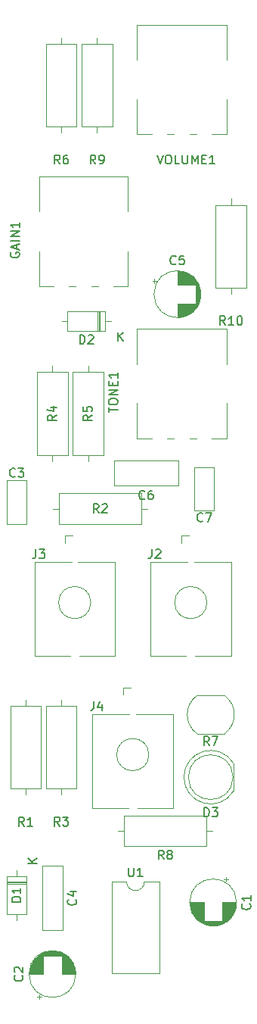
<source format=gto>
G04 #@! TF.GenerationSoftware,KiCad,Pcbnew,(5.1.9)-1*
G04 #@! TF.CreationDate,2021-10-01T15:05:00+02:00*
G04 #@! TF.ProjectId,StupidBox,53747570-6964-4426-9f78-2e6b69636164,rev?*
G04 #@! TF.SameCoordinates,Original*
G04 #@! TF.FileFunction,Legend,Top*
G04 #@! TF.FilePolarity,Positive*
%FSLAX46Y46*%
G04 Gerber Fmt 4.6, Leading zero omitted, Abs format (unit mm)*
G04 Created by KiCad (PCBNEW (5.1.9)-1) date 2021-10-01 15:05:00*
%MOMM*%
%LPD*%
G01*
G04 APERTURE LIST*
%ADD10C,0.120000*%
%ADD11C,0.150000*%
%ADD12C,4.000000*%
%ADD13C,1.800000*%
%ADD14O,1.600000X1.600000*%
%ADD15R,1.600000X1.600000*%
%ADD16C,1.600000*%
%ADD17C,1.500000*%
%ADD18C,2.130000*%
%ADD19R,1.930000X1.830000*%
%ADD20O,1.700000X1.700000*%
%ADD21R,1.700000X1.700000*%
%ADD22R,1.800000X1.800000*%
%ADD23C,1.400000*%
G04 APERTURE END LIST*
D10*
X45479000Y-32880000D02*
X55520000Y-32880000D01*
X53870000Y-45120000D02*
X55520000Y-45120000D01*
X51371000Y-45120000D02*
X52130000Y-45120000D01*
X48871000Y-45120000D02*
X49630000Y-45120000D01*
X45479000Y-45120000D02*
X47129000Y-45120000D01*
X55520000Y-36816000D02*
X55520000Y-32880000D01*
X55520000Y-45120000D02*
X55520000Y-41183000D01*
X45479000Y-36816000D02*
X45479000Y-32880000D01*
X45479000Y-45120000D02*
X45479000Y-41183000D01*
X47960000Y-128670000D02*
X46310000Y-128670000D01*
X47960000Y-138950000D02*
X47960000Y-128670000D01*
X42660000Y-138950000D02*
X47960000Y-138950000D01*
X42660000Y-128670000D02*
X42660000Y-138950000D01*
X44310000Y-128670000D02*
X42660000Y-128670000D01*
X46310000Y-128670000D02*
G75*
G02*
X44310000Y-128670000I-1000000J0D01*
G01*
X45479000Y-66880000D02*
X55520000Y-66880000D01*
X53870000Y-79120000D02*
X55520000Y-79120000D01*
X51371000Y-79120000D02*
X52130000Y-79120000D01*
X48871000Y-79120000D02*
X49630000Y-79120000D01*
X45479000Y-79120000D02*
X47129000Y-79120000D01*
X55520000Y-70816000D02*
X55520000Y-66880000D01*
X55520000Y-79120000D02*
X55520000Y-75183000D01*
X45479000Y-70816000D02*
X45479000Y-66880000D01*
X45479000Y-79120000D02*
X45479000Y-75183000D01*
X56000000Y-52340000D02*
X56000000Y-53030000D01*
X56000000Y-62960000D02*
X56000000Y-62270000D01*
X54280000Y-53030000D02*
X54280000Y-62270000D01*
X57720000Y-53030000D02*
X54280000Y-53030000D01*
X57720000Y-62270000D02*
X57720000Y-53030000D01*
X54280000Y-62270000D02*
X57720000Y-62270000D01*
X41000000Y-44960000D02*
X41000000Y-44270000D01*
X41000000Y-34340000D02*
X41000000Y-35030000D01*
X42720000Y-44270000D02*
X42720000Y-35030000D01*
X39280000Y-44270000D02*
X42720000Y-44270000D01*
X39280000Y-35030000D02*
X39280000Y-44270000D01*
X42720000Y-35030000D02*
X39280000Y-35030000D01*
X43340000Y-123000000D02*
X44030000Y-123000000D01*
X53960000Y-123000000D02*
X53270000Y-123000000D01*
X44030000Y-124720000D02*
X53270000Y-124720000D01*
X44030000Y-121280000D02*
X44030000Y-124720000D01*
X53270000Y-121280000D02*
X44030000Y-121280000D01*
X53270000Y-124720000D02*
X53270000Y-121280000D01*
X55275000Y-112150000D02*
X52225000Y-112150000D01*
X55275000Y-107850000D02*
X52225000Y-107850000D01*
X52180487Y-107881751D02*
G75*
G03*
X52225000Y-112150000I1544513J-2118249D01*
G01*
X55253234Y-112165526D02*
G75*
G03*
X55275000Y-107850000I-1528234J2165526D01*
G01*
X37000000Y-34340000D02*
X37000000Y-35030000D01*
X37000000Y-44960000D02*
X37000000Y-44270000D01*
X35280000Y-35030000D02*
X35280000Y-44270000D01*
X38720000Y-35030000D02*
X35280000Y-35030000D01*
X38720000Y-44270000D02*
X38720000Y-35030000D01*
X35280000Y-44270000D02*
X38720000Y-44270000D01*
X40000000Y-81660000D02*
X40000000Y-80970000D01*
X40000000Y-71040000D02*
X40000000Y-71730000D01*
X41720000Y-80970000D02*
X41720000Y-71730000D01*
X38280000Y-80970000D02*
X41720000Y-80970000D01*
X38280000Y-71730000D02*
X38280000Y-80970000D01*
X41720000Y-71730000D02*
X38280000Y-71730000D01*
X36000000Y-71040000D02*
X36000000Y-71730000D01*
X36000000Y-81660000D02*
X36000000Y-80970000D01*
X34280000Y-71730000D02*
X34280000Y-80970000D01*
X37720000Y-71730000D02*
X34280000Y-71730000D01*
X37720000Y-80970000D02*
X37720000Y-71730000D01*
X34280000Y-80970000D02*
X37720000Y-80970000D01*
X37000000Y-108340000D02*
X37000000Y-109030000D01*
X37000000Y-118960000D02*
X37000000Y-118270000D01*
X35280000Y-109030000D02*
X35280000Y-118270000D01*
X38720000Y-109030000D02*
X35280000Y-109030000D01*
X38720000Y-118270000D02*
X38720000Y-109030000D01*
X35280000Y-118270000D02*
X38720000Y-118270000D01*
X46660000Y-87000000D02*
X45970000Y-87000000D01*
X36040000Y-87000000D02*
X36730000Y-87000000D01*
X45970000Y-85280000D02*
X36730000Y-85280000D01*
X45970000Y-88720000D02*
X45970000Y-85280000D01*
X36730000Y-88720000D02*
X45970000Y-88720000D01*
X36730000Y-85280000D02*
X36730000Y-88720000D01*
X33000000Y-108340000D02*
X33000000Y-109030000D01*
X33000000Y-118960000D02*
X33000000Y-118270000D01*
X31280000Y-109030000D02*
X31280000Y-118270000D01*
X34720000Y-109030000D02*
X31280000Y-109030000D01*
X34720000Y-118270000D02*
X34720000Y-109030000D01*
X31280000Y-118270000D02*
X34720000Y-118270000D01*
X43940000Y-107000000D02*
X44800000Y-107000000D01*
X43940000Y-107000000D02*
X43940000Y-107800000D01*
X46800000Y-114480000D02*
G75*
G03*
X46800000Y-114480000I-1800000J0D01*
G01*
X44650000Y-109980000D02*
X40500000Y-109980000D01*
X49500000Y-109980000D02*
X45350000Y-109980000D01*
X44500000Y-120480000D02*
X40500000Y-120480000D01*
X49500000Y-120480000D02*
X45500000Y-120480000D01*
X49500000Y-109980000D02*
X49500000Y-120480000D01*
X40500000Y-109980000D02*
X40500000Y-120480000D01*
X37440000Y-90000000D02*
X38300000Y-90000000D01*
X37440000Y-90000000D02*
X37440000Y-90800000D01*
X40300000Y-97480000D02*
G75*
G03*
X40300000Y-97480000I-1800000J0D01*
G01*
X38150000Y-92980000D02*
X34000000Y-92980000D01*
X43000000Y-92980000D02*
X38850000Y-92980000D01*
X38000000Y-103480000D02*
X34000000Y-103480000D01*
X43000000Y-103480000D02*
X39000000Y-103480000D01*
X43000000Y-92980000D02*
X43000000Y-103480000D01*
X34000000Y-92980000D02*
X34000000Y-103480000D01*
X50440000Y-90000000D02*
X51300000Y-90000000D01*
X50440000Y-90000000D02*
X50440000Y-90800000D01*
X53300000Y-97480000D02*
G75*
G03*
X53300000Y-97480000I-1800000J0D01*
G01*
X51150000Y-92980000D02*
X47000000Y-92980000D01*
X56000000Y-92980000D02*
X51850000Y-92980000D01*
X51000000Y-103480000D02*
X47000000Y-103480000D01*
X56000000Y-103480000D02*
X52000000Y-103480000D01*
X56000000Y-92980000D02*
X56000000Y-103480000D01*
X47000000Y-92980000D02*
X47000000Y-103480000D01*
X34530000Y-49880000D02*
X44470000Y-49880000D01*
X42870000Y-62120000D02*
X44470000Y-62120000D01*
X40371000Y-62120000D02*
X41130000Y-62120000D01*
X37871000Y-62120000D02*
X38630000Y-62120000D01*
X34530000Y-62120000D02*
X36129000Y-62120000D01*
X44470000Y-53745000D02*
X44470000Y-49880000D01*
X44470000Y-62120000D02*
X44470000Y-58255000D01*
X34530000Y-53745000D02*
X34530000Y-49880000D01*
X34530000Y-62120000D02*
X34530000Y-58255000D01*
X56290000Y-118545000D02*
X56290000Y-115455000D01*
X56230000Y-117000000D02*
G75*
G03*
X56230000Y-117000000I-2500000J0D01*
G01*
X50740000Y-117000462D02*
G75*
G02*
X56290000Y-115455170I2990000J462D01*
G01*
X50740000Y-116999538D02*
G75*
G03*
X56290000Y-118544830I2990000J-462D01*
G01*
X41330000Y-67120000D02*
X41330000Y-64880000D01*
X41090000Y-67120000D02*
X41090000Y-64880000D01*
X41210000Y-67120000D02*
X41210000Y-64880000D01*
X37040000Y-66000000D02*
X37690000Y-66000000D01*
X42580000Y-66000000D02*
X41930000Y-66000000D01*
X37690000Y-67120000D02*
X41930000Y-67120000D01*
X37690000Y-64880000D02*
X37690000Y-67120000D01*
X41930000Y-64880000D02*
X37690000Y-64880000D01*
X41930000Y-67120000D02*
X41930000Y-64880000D01*
X33120000Y-128670000D02*
X30880000Y-128670000D01*
X33120000Y-128910000D02*
X30880000Y-128910000D01*
X33120000Y-128790000D02*
X30880000Y-128790000D01*
X32000000Y-132960000D02*
X32000000Y-132310000D01*
X32000000Y-127420000D02*
X32000000Y-128070000D01*
X33120000Y-132310000D02*
X33120000Y-128070000D01*
X30880000Y-132310000D02*
X33120000Y-132310000D01*
X30880000Y-128070000D02*
X30880000Y-132310000D01*
X33120000Y-128070000D02*
X30880000Y-128070000D01*
X54120000Y-87170000D02*
X51880000Y-87170000D01*
X54120000Y-82330000D02*
X51880000Y-82330000D01*
X51880000Y-82330000D02*
X51880000Y-87170000D01*
X54120000Y-82330000D02*
X54120000Y-87170000D01*
X42880000Y-84370000D02*
X42880000Y-81630000D01*
X50120000Y-84370000D02*
X50120000Y-81630000D01*
X50120000Y-81630000D02*
X42880000Y-81630000D01*
X50120000Y-84370000D02*
X42880000Y-84370000D01*
X47445225Y-61275000D02*
X47445225Y-61775000D01*
X47195225Y-61525000D02*
X47695225Y-61525000D01*
X52601000Y-62716000D02*
X52601000Y-63284000D01*
X52561000Y-62482000D02*
X52561000Y-63518000D01*
X52521000Y-62323000D02*
X52521000Y-63677000D01*
X52481000Y-62195000D02*
X52481000Y-63805000D01*
X52441000Y-62085000D02*
X52441000Y-63915000D01*
X52401000Y-61989000D02*
X52401000Y-64011000D01*
X52361000Y-61902000D02*
X52361000Y-64098000D01*
X52321000Y-61822000D02*
X52321000Y-64178000D01*
X52281000Y-61749000D02*
X52281000Y-64251000D01*
X52241000Y-61681000D02*
X52241000Y-64319000D01*
X52201000Y-61617000D02*
X52201000Y-64383000D01*
X52161000Y-61557000D02*
X52161000Y-64443000D01*
X52121000Y-61500000D02*
X52121000Y-64500000D01*
X52081000Y-61446000D02*
X52081000Y-64554000D01*
X52041000Y-61395000D02*
X52041000Y-64605000D01*
X52001000Y-64040000D02*
X52001000Y-64653000D01*
X52001000Y-61347000D02*
X52001000Y-61960000D01*
X51961000Y-64040000D02*
X51961000Y-64699000D01*
X51961000Y-61301000D02*
X51961000Y-61960000D01*
X51921000Y-64040000D02*
X51921000Y-64743000D01*
X51921000Y-61257000D02*
X51921000Y-61960000D01*
X51881000Y-64040000D02*
X51881000Y-64785000D01*
X51881000Y-61215000D02*
X51881000Y-61960000D01*
X51841000Y-64040000D02*
X51841000Y-64826000D01*
X51841000Y-61174000D02*
X51841000Y-61960000D01*
X51801000Y-64040000D02*
X51801000Y-64864000D01*
X51801000Y-61136000D02*
X51801000Y-61960000D01*
X51761000Y-64040000D02*
X51761000Y-64901000D01*
X51761000Y-61099000D02*
X51761000Y-61960000D01*
X51721000Y-64040000D02*
X51721000Y-64937000D01*
X51721000Y-61063000D02*
X51721000Y-61960000D01*
X51681000Y-64040000D02*
X51681000Y-64971000D01*
X51681000Y-61029000D02*
X51681000Y-61960000D01*
X51641000Y-64040000D02*
X51641000Y-65004000D01*
X51641000Y-60996000D02*
X51641000Y-61960000D01*
X51601000Y-64040000D02*
X51601000Y-65035000D01*
X51601000Y-60965000D02*
X51601000Y-61960000D01*
X51561000Y-64040000D02*
X51561000Y-65065000D01*
X51561000Y-60935000D02*
X51561000Y-61960000D01*
X51521000Y-64040000D02*
X51521000Y-65095000D01*
X51521000Y-60905000D02*
X51521000Y-61960000D01*
X51481000Y-64040000D02*
X51481000Y-65122000D01*
X51481000Y-60878000D02*
X51481000Y-61960000D01*
X51441000Y-64040000D02*
X51441000Y-65149000D01*
X51441000Y-60851000D02*
X51441000Y-61960000D01*
X51401000Y-64040000D02*
X51401000Y-65175000D01*
X51401000Y-60825000D02*
X51401000Y-61960000D01*
X51361000Y-64040000D02*
X51361000Y-65200000D01*
X51361000Y-60800000D02*
X51361000Y-61960000D01*
X51321000Y-64040000D02*
X51321000Y-65224000D01*
X51321000Y-60776000D02*
X51321000Y-61960000D01*
X51281000Y-64040000D02*
X51281000Y-65247000D01*
X51281000Y-60753000D02*
X51281000Y-61960000D01*
X51241000Y-64040000D02*
X51241000Y-65268000D01*
X51241000Y-60732000D02*
X51241000Y-61960000D01*
X51201000Y-64040000D02*
X51201000Y-65290000D01*
X51201000Y-60710000D02*
X51201000Y-61960000D01*
X51161000Y-64040000D02*
X51161000Y-65310000D01*
X51161000Y-60690000D02*
X51161000Y-61960000D01*
X51121000Y-64040000D02*
X51121000Y-65329000D01*
X51121000Y-60671000D02*
X51121000Y-61960000D01*
X51081000Y-64040000D02*
X51081000Y-65348000D01*
X51081000Y-60652000D02*
X51081000Y-61960000D01*
X51041000Y-64040000D02*
X51041000Y-65365000D01*
X51041000Y-60635000D02*
X51041000Y-61960000D01*
X51001000Y-64040000D02*
X51001000Y-65382000D01*
X51001000Y-60618000D02*
X51001000Y-61960000D01*
X50961000Y-64040000D02*
X50961000Y-65398000D01*
X50961000Y-60602000D02*
X50961000Y-61960000D01*
X50921000Y-64040000D02*
X50921000Y-65414000D01*
X50921000Y-60586000D02*
X50921000Y-61960000D01*
X50881000Y-64040000D02*
X50881000Y-65428000D01*
X50881000Y-60572000D02*
X50881000Y-61960000D01*
X50841000Y-64040000D02*
X50841000Y-65442000D01*
X50841000Y-60558000D02*
X50841000Y-61960000D01*
X50801000Y-64040000D02*
X50801000Y-65455000D01*
X50801000Y-60545000D02*
X50801000Y-61960000D01*
X50761000Y-64040000D02*
X50761000Y-65468000D01*
X50761000Y-60532000D02*
X50761000Y-61960000D01*
X50721000Y-64040000D02*
X50721000Y-65480000D01*
X50721000Y-60520000D02*
X50721000Y-61960000D01*
X50680000Y-64040000D02*
X50680000Y-65491000D01*
X50680000Y-60509000D02*
X50680000Y-61960000D01*
X50640000Y-64040000D02*
X50640000Y-65501000D01*
X50640000Y-60499000D02*
X50640000Y-61960000D01*
X50600000Y-64040000D02*
X50600000Y-65511000D01*
X50600000Y-60489000D02*
X50600000Y-61960000D01*
X50560000Y-64040000D02*
X50560000Y-65520000D01*
X50560000Y-60480000D02*
X50560000Y-61960000D01*
X50520000Y-64040000D02*
X50520000Y-65528000D01*
X50520000Y-60472000D02*
X50520000Y-61960000D01*
X50480000Y-64040000D02*
X50480000Y-65536000D01*
X50480000Y-60464000D02*
X50480000Y-61960000D01*
X50440000Y-64040000D02*
X50440000Y-65543000D01*
X50440000Y-60457000D02*
X50440000Y-61960000D01*
X50400000Y-64040000D02*
X50400000Y-65550000D01*
X50400000Y-60450000D02*
X50400000Y-61960000D01*
X50360000Y-64040000D02*
X50360000Y-65556000D01*
X50360000Y-60444000D02*
X50360000Y-61960000D01*
X50320000Y-64040000D02*
X50320000Y-65561000D01*
X50320000Y-60439000D02*
X50320000Y-61960000D01*
X50280000Y-64040000D02*
X50280000Y-65565000D01*
X50280000Y-60435000D02*
X50280000Y-61960000D01*
X50240000Y-64040000D02*
X50240000Y-65569000D01*
X50240000Y-60431000D02*
X50240000Y-61960000D01*
X50200000Y-64040000D02*
X50200000Y-65573000D01*
X50200000Y-60427000D02*
X50200000Y-61960000D01*
X50160000Y-64040000D02*
X50160000Y-65576000D01*
X50160000Y-60424000D02*
X50160000Y-61960000D01*
X50120000Y-64040000D02*
X50120000Y-65578000D01*
X50120000Y-60422000D02*
X50120000Y-61960000D01*
X50080000Y-64040000D02*
X50080000Y-65579000D01*
X50080000Y-60421000D02*
X50080000Y-61960000D01*
X50040000Y-60420000D02*
X50040000Y-61960000D01*
X50040000Y-64040000D02*
X50040000Y-65580000D01*
X50000000Y-60420000D02*
X50000000Y-61960000D01*
X50000000Y-64040000D02*
X50000000Y-65580000D01*
X52620000Y-63000000D02*
G75*
G03*
X52620000Y-63000000I-2620000J0D01*
G01*
X37120000Y-134120000D02*
X34880000Y-134120000D01*
X37120000Y-126880000D02*
X34880000Y-126880000D01*
X34880000Y-126880000D02*
X34880000Y-134120000D01*
X37120000Y-126880000D02*
X37120000Y-134120000D01*
X33120000Y-88670000D02*
X30880000Y-88670000D01*
X33120000Y-83830000D02*
X30880000Y-83830000D01*
X30880000Y-83830000D02*
X30880000Y-88670000D01*
X33120000Y-83830000D02*
X33120000Y-88670000D01*
X34275000Y-141554775D02*
X34775000Y-141554775D01*
X34525000Y-141804775D02*
X34525000Y-141304775D01*
X35716000Y-136399000D02*
X36284000Y-136399000D01*
X35482000Y-136439000D02*
X36518000Y-136439000D01*
X35323000Y-136479000D02*
X36677000Y-136479000D01*
X35195000Y-136519000D02*
X36805000Y-136519000D01*
X35085000Y-136559000D02*
X36915000Y-136559000D01*
X34989000Y-136599000D02*
X37011000Y-136599000D01*
X34902000Y-136639000D02*
X37098000Y-136639000D01*
X34822000Y-136679000D02*
X37178000Y-136679000D01*
X34749000Y-136719000D02*
X37251000Y-136719000D01*
X34681000Y-136759000D02*
X37319000Y-136759000D01*
X34617000Y-136799000D02*
X37383000Y-136799000D01*
X34557000Y-136839000D02*
X37443000Y-136839000D01*
X34500000Y-136879000D02*
X37500000Y-136879000D01*
X34446000Y-136919000D02*
X37554000Y-136919000D01*
X34395000Y-136959000D02*
X37605000Y-136959000D01*
X37040000Y-136999000D02*
X37653000Y-136999000D01*
X34347000Y-136999000D02*
X34960000Y-136999000D01*
X37040000Y-137039000D02*
X37699000Y-137039000D01*
X34301000Y-137039000D02*
X34960000Y-137039000D01*
X37040000Y-137079000D02*
X37743000Y-137079000D01*
X34257000Y-137079000D02*
X34960000Y-137079000D01*
X37040000Y-137119000D02*
X37785000Y-137119000D01*
X34215000Y-137119000D02*
X34960000Y-137119000D01*
X37040000Y-137159000D02*
X37826000Y-137159000D01*
X34174000Y-137159000D02*
X34960000Y-137159000D01*
X37040000Y-137199000D02*
X37864000Y-137199000D01*
X34136000Y-137199000D02*
X34960000Y-137199000D01*
X37040000Y-137239000D02*
X37901000Y-137239000D01*
X34099000Y-137239000D02*
X34960000Y-137239000D01*
X37040000Y-137279000D02*
X37937000Y-137279000D01*
X34063000Y-137279000D02*
X34960000Y-137279000D01*
X37040000Y-137319000D02*
X37971000Y-137319000D01*
X34029000Y-137319000D02*
X34960000Y-137319000D01*
X37040000Y-137359000D02*
X38004000Y-137359000D01*
X33996000Y-137359000D02*
X34960000Y-137359000D01*
X37040000Y-137399000D02*
X38035000Y-137399000D01*
X33965000Y-137399000D02*
X34960000Y-137399000D01*
X37040000Y-137439000D02*
X38065000Y-137439000D01*
X33935000Y-137439000D02*
X34960000Y-137439000D01*
X37040000Y-137479000D02*
X38095000Y-137479000D01*
X33905000Y-137479000D02*
X34960000Y-137479000D01*
X37040000Y-137519000D02*
X38122000Y-137519000D01*
X33878000Y-137519000D02*
X34960000Y-137519000D01*
X37040000Y-137559000D02*
X38149000Y-137559000D01*
X33851000Y-137559000D02*
X34960000Y-137559000D01*
X37040000Y-137599000D02*
X38175000Y-137599000D01*
X33825000Y-137599000D02*
X34960000Y-137599000D01*
X37040000Y-137639000D02*
X38200000Y-137639000D01*
X33800000Y-137639000D02*
X34960000Y-137639000D01*
X37040000Y-137679000D02*
X38224000Y-137679000D01*
X33776000Y-137679000D02*
X34960000Y-137679000D01*
X37040000Y-137719000D02*
X38247000Y-137719000D01*
X33753000Y-137719000D02*
X34960000Y-137719000D01*
X37040000Y-137759000D02*
X38268000Y-137759000D01*
X33732000Y-137759000D02*
X34960000Y-137759000D01*
X37040000Y-137799000D02*
X38290000Y-137799000D01*
X33710000Y-137799000D02*
X34960000Y-137799000D01*
X37040000Y-137839000D02*
X38310000Y-137839000D01*
X33690000Y-137839000D02*
X34960000Y-137839000D01*
X37040000Y-137879000D02*
X38329000Y-137879000D01*
X33671000Y-137879000D02*
X34960000Y-137879000D01*
X37040000Y-137919000D02*
X38348000Y-137919000D01*
X33652000Y-137919000D02*
X34960000Y-137919000D01*
X37040000Y-137959000D02*
X38365000Y-137959000D01*
X33635000Y-137959000D02*
X34960000Y-137959000D01*
X37040000Y-137999000D02*
X38382000Y-137999000D01*
X33618000Y-137999000D02*
X34960000Y-137999000D01*
X37040000Y-138039000D02*
X38398000Y-138039000D01*
X33602000Y-138039000D02*
X34960000Y-138039000D01*
X37040000Y-138079000D02*
X38414000Y-138079000D01*
X33586000Y-138079000D02*
X34960000Y-138079000D01*
X37040000Y-138119000D02*
X38428000Y-138119000D01*
X33572000Y-138119000D02*
X34960000Y-138119000D01*
X37040000Y-138159000D02*
X38442000Y-138159000D01*
X33558000Y-138159000D02*
X34960000Y-138159000D01*
X37040000Y-138199000D02*
X38455000Y-138199000D01*
X33545000Y-138199000D02*
X34960000Y-138199000D01*
X37040000Y-138239000D02*
X38468000Y-138239000D01*
X33532000Y-138239000D02*
X34960000Y-138239000D01*
X37040000Y-138279000D02*
X38480000Y-138279000D01*
X33520000Y-138279000D02*
X34960000Y-138279000D01*
X37040000Y-138320000D02*
X38491000Y-138320000D01*
X33509000Y-138320000D02*
X34960000Y-138320000D01*
X37040000Y-138360000D02*
X38501000Y-138360000D01*
X33499000Y-138360000D02*
X34960000Y-138360000D01*
X37040000Y-138400000D02*
X38511000Y-138400000D01*
X33489000Y-138400000D02*
X34960000Y-138400000D01*
X37040000Y-138440000D02*
X38520000Y-138440000D01*
X33480000Y-138440000D02*
X34960000Y-138440000D01*
X37040000Y-138480000D02*
X38528000Y-138480000D01*
X33472000Y-138480000D02*
X34960000Y-138480000D01*
X37040000Y-138520000D02*
X38536000Y-138520000D01*
X33464000Y-138520000D02*
X34960000Y-138520000D01*
X37040000Y-138560000D02*
X38543000Y-138560000D01*
X33457000Y-138560000D02*
X34960000Y-138560000D01*
X37040000Y-138600000D02*
X38550000Y-138600000D01*
X33450000Y-138600000D02*
X34960000Y-138600000D01*
X37040000Y-138640000D02*
X38556000Y-138640000D01*
X33444000Y-138640000D02*
X34960000Y-138640000D01*
X37040000Y-138680000D02*
X38561000Y-138680000D01*
X33439000Y-138680000D02*
X34960000Y-138680000D01*
X37040000Y-138720000D02*
X38565000Y-138720000D01*
X33435000Y-138720000D02*
X34960000Y-138720000D01*
X37040000Y-138760000D02*
X38569000Y-138760000D01*
X33431000Y-138760000D02*
X34960000Y-138760000D01*
X37040000Y-138800000D02*
X38573000Y-138800000D01*
X33427000Y-138800000D02*
X34960000Y-138800000D01*
X37040000Y-138840000D02*
X38576000Y-138840000D01*
X33424000Y-138840000D02*
X34960000Y-138840000D01*
X37040000Y-138880000D02*
X38578000Y-138880000D01*
X33422000Y-138880000D02*
X34960000Y-138880000D01*
X37040000Y-138920000D02*
X38579000Y-138920000D01*
X33421000Y-138920000D02*
X34960000Y-138920000D01*
X33420000Y-138960000D02*
X34960000Y-138960000D01*
X37040000Y-138960000D02*
X38580000Y-138960000D01*
X33420000Y-139000000D02*
X34960000Y-139000000D01*
X37040000Y-139000000D02*
X38580000Y-139000000D01*
X38620000Y-139000000D02*
G75*
G03*
X38620000Y-139000000I-2620000J0D01*
G01*
X55725000Y-128445225D02*
X55225000Y-128445225D01*
X55475000Y-128195225D02*
X55475000Y-128695225D01*
X54284000Y-133601000D02*
X53716000Y-133601000D01*
X54518000Y-133561000D02*
X53482000Y-133561000D01*
X54677000Y-133521000D02*
X53323000Y-133521000D01*
X54805000Y-133481000D02*
X53195000Y-133481000D01*
X54915000Y-133441000D02*
X53085000Y-133441000D01*
X55011000Y-133401000D02*
X52989000Y-133401000D01*
X55098000Y-133361000D02*
X52902000Y-133361000D01*
X55178000Y-133321000D02*
X52822000Y-133321000D01*
X55251000Y-133281000D02*
X52749000Y-133281000D01*
X55319000Y-133241000D02*
X52681000Y-133241000D01*
X55383000Y-133201000D02*
X52617000Y-133201000D01*
X55443000Y-133161000D02*
X52557000Y-133161000D01*
X55500000Y-133121000D02*
X52500000Y-133121000D01*
X55554000Y-133081000D02*
X52446000Y-133081000D01*
X55605000Y-133041000D02*
X52395000Y-133041000D01*
X52960000Y-133001000D02*
X52347000Y-133001000D01*
X55653000Y-133001000D02*
X55040000Y-133001000D01*
X52960000Y-132961000D02*
X52301000Y-132961000D01*
X55699000Y-132961000D02*
X55040000Y-132961000D01*
X52960000Y-132921000D02*
X52257000Y-132921000D01*
X55743000Y-132921000D02*
X55040000Y-132921000D01*
X52960000Y-132881000D02*
X52215000Y-132881000D01*
X55785000Y-132881000D02*
X55040000Y-132881000D01*
X52960000Y-132841000D02*
X52174000Y-132841000D01*
X55826000Y-132841000D02*
X55040000Y-132841000D01*
X52960000Y-132801000D02*
X52136000Y-132801000D01*
X55864000Y-132801000D02*
X55040000Y-132801000D01*
X52960000Y-132761000D02*
X52099000Y-132761000D01*
X55901000Y-132761000D02*
X55040000Y-132761000D01*
X52960000Y-132721000D02*
X52063000Y-132721000D01*
X55937000Y-132721000D02*
X55040000Y-132721000D01*
X52960000Y-132681000D02*
X52029000Y-132681000D01*
X55971000Y-132681000D02*
X55040000Y-132681000D01*
X52960000Y-132641000D02*
X51996000Y-132641000D01*
X56004000Y-132641000D02*
X55040000Y-132641000D01*
X52960000Y-132601000D02*
X51965000Y-132601000D01*
X56035000Y-132601000D02*
X55040000Y-132601000D01*
X52960000Y-132561000D02*
X51935000Y-132561000D01*
X56065000Y-132561000D02*
X55040000Y-132561000D01*
X52960000Y-132521000D02*
X51905000Y-132521000D01*
X56095000Y-132521000D02*
X55040000Y-132521000D01*
X52960000Y-132481000D02*
X51878000Y-132481000D01*
X56122000Y-132481000D02*
X55040000Y-132481000D01*
X52960000Y-132441000D02*
X51851000Y-132441000D01*
X56149000Y-132441000D02*
X55040000Y-132441000D01*
X52960000Y-132401000D02*
X51825000Y-132401000D01*
X56175000Y-132401000D02*
X55040000Y-132401000D01*
X52960000Y-132361000D02*
X51800000Y-132361000D01*
X56200000Y-132361000D02*
X55040000Y-132361000D01*
X52960000Y-132321000D02*
X51776000Y-132321000D01*
X56224000Y-132321000D02*
X55040000Y-132321000D01*
X52960000Y-132281000D02*
X51753000Y-132281000D01*
X56247000Y-132281000D02*
X55040000Y-132281000D01*
X52960000Y-132241000D02*
X51732000Y-132241000D01*
X56268000Y-132241000D02*
X55040000Y-132241000D01*
X52960000Y-132201000D02*
X51710000Y-132201000D01*
X56290000Y-132201000D02*
X55040000Y-132201000D01*
X52960000Y-132161000D02*
X51690000Y-132161000D01*
X56310000Y-132161000D02*
X55040000Y-132161000D01*
X52960000Y-132121000D02*
X51671000Y-132121000D01*
X56329000Y-132121000D02*
X55040000Y-132121000D01*
X52960000Y-132081000D02*
X51652000Y-132081000D01*
X56348000Y-132081000D02*
X55040000Y-132081000D01*
X52960000Y-132041000D02*
X51635000Y-132041000D01*
X56365000Y-132041000D02*
X55040000Y-132041000D01*
X52960000Y-132001000D02*
X51618000Y-132001000D01*
X56382000Y-132001000D02*
X55040000Y-132001000D01*
X52960000Y-131961000D02*
X51602000Y-131961000D01*
X56398000Y-131961000D02*
X55040000Y-131961000D01*
X52960000Y-131921000D02*
X51586000Y-131921000D01*
X56414000Y-131921000D02*
X55040000Y-131921000D01*
X52960000Y-131881000D02*
X51572000Y-131881000D01*
X56428000Y-131881000D02*
X55040000Y-131881000D01*
X52960000Y-131841000D02*
X51558000Y-131841000D01*
X56442000Y-131841000D02*
X55040000Y-131841000D01*
X52960000Y-131801000D02*
X51545000Y-131801000D01*
X56455000Y-131801000D02*
X55040000Y-131801000D01*
X52960000Y-131761000D02*
X51532000Y-131761000D01*
X56468000Y-131761000D02*
X55040000Y-131761000D01*
X52960000Y-131721000D02*
X51520000Y-131721000D01*
X56480000Y-131721000D02*
X55040000Y-131721000D01*
X52960000Y-131680000D02*
X51509000Y-131680000D01*
X56491000Y-131680000D02*
X55040000Y-131680000D01*
X52960000Y-131640000D02*
X51499000Y-131640000D01*
X56501000Y-131640000D02*
X55040000Y-131640000D01*
X52960000Y-131600000D02*
X51489000Y-131600000D01*
X56511000Y-131600000D02*
X55040000Y-131600000D01*
X52960000Y-131560000D02*
X51480000Y-131560000D01*
X56520000Y-131560000D02*
X55040000Y-131560000D01*
X52960000Y-131520000D02*
X51472000Y-131520000D01*
X56528000Y-131520000D02*
X55040000Y-131520000D01*
X52960000Y-131480000D02*
X51464000Y-131480000D01*
X56536000Y-131480000D02*
X55040000Y-131480000D01*
X52960000Y-131440000D02*
X51457000Y-131440000D01*
X56543000Y-131440000D02*
X55040000Y-131440000D01*
X52960000Y-131400000D02*
X51450000Y-131400000D01*
X56550000Y-131400000D02*
X55040000Y-131400000D01*
X52960000Y-131360000D02*
X51444000Y-131360000D01*
X56556000Y-131360000D02*
X55040000Y-131360000D01*
X52960000Y-131320000D02*
X51439000Y-131320000D01*
X56561000Y-131320000D02*
X55040000Y-131320000D01*
X52960000Y-131280000D02*
X51435000Y-131280000D01*
X56565000Y-131280000D02*
X55040000Y-131280000D01*
X52960000Y-131240000D02*
X51431000Y-131240000D01*
X56569000Y-131240000D02*
X55040000Y-131240000D01*
X52960000Y-131200000D02*
X51427000Y-131200000D01*
X56573000Y-131200000D02*
X55040000Y-131200000D01*
X52960000Y-131160000D02*
X51424000Y-131160000D01*
X56576000Y-131160000D02*
X55040000Y-131160000D01*
X52960000Y-131120000D02*
X51422000Y-131120000D01*
X56578000Y-131120000D02*
X55040000Y-131120000D01*
X52960000Y-131080000D02*
X51421000Y-131080000D01*
X56579000Y-131080000D02*
X55040000Y-131080000D01*
X56580000Y-131040000D02*
X55040000Y-131040000D01*
X52960000Y-131040000D02*
X51420000Y-131040000D01*
X56580000Y-131000000D02*
X55040000Y-131000000D01*
X52960000Y-131000000D02*
X51420000Y-131000000D01*
X56620000Y-131000000D02*
G75*
G03*
X56620000Y-131000000I-2620000J0D01*
G01*
D11*
X47714285Y-47452380D02*
X48047619Y-48452380D01*
X48380952Y-47452380D01*
X48904761Y-47452380D02*
X49095238Y-47452380D01*
X49190476Y-47500000D01*
X49285714Y-47595238D01*
X49333333Y-47785714D01*
X49333333Y-48119047D01*
X49285714Y-48309523D01*
X49190476Y-48404761D01*
X49095238Y-48452380D01*
X48904761Y-48452380D01*
X48809523Y-48404761D01*
X48714285Y-48309523D01*
X48666666Y-48119047D01*
X48666666Y-47785714D01*
X48714285Y-47595238D01*
X48809523Y-47500000D01*
X48904761Y-47452380D01*
X50238095Y-48452380D02*
X49761904Y-48452380D01*
X49761904Y-47452380D01*
X50571428Y-47452380D02*
X50571428Y-48261904D01*
X50619047Y-48357142D01*
X50666666Y-48404761D01*
X50761904Y-48452380D01*
X50952380Y-48452380D01*
X51047619Y-48404761D01*
X51095238Y-48357142D01*
X51142857Y-48261904D01*
X51142857Y-47452380D01*
X51619047Y-48452380D02*
X51619047Y-47452380D01*
X51952380Y-48166666D01*
X52285714Y-47452380D01*
X52285714Y-48452380D01*
X52761904Y-47928571D02*
X53095238Y-47928571D01*
X53238095Y-48452380D02*
X52761904Y-48452380D01*
X52761904Y-47452380D01*
X53238095Y-47452380D01*
X54190476Y-48452380D02*
X53619047Y-48452380D01*
X53904761Y-48452380D02*
X53904761Y-47452380D01*
X53809523Y-47595238D01*
X53714285Y-47690476D01*
X53619047Y-47738095D01*
X44548095Y-127122380D02*
X44548095Y-127931904D01*
X44595714Y-128027142D01*
X44643333Y-128074761D01*
X44738571Y-128122380D01*
X44929047Y-128122380D01*
X45024285Y-128074761D01*
X45071904Y-128027142D01*
X45119523Y-127931904D01*
X45119523Y-127122380D01*
X46119523Y-128122380D02*
X45548095Y-128122380D01*
X45833809Y-128122380D02*
X45833809Y-127122380D01*
X45738571Y-127265238D01*
X45643333Y-127360476D01*
X45548095Y-127408095D01*
X42302380Y-76211904D02*
X42302380Y-75640476D01*
X43302380Y-75926190D02*
X42302380Y-75926190D01*
X42302380Y-75116666D02*
X42302380Y-74926190D01*
X42350000Y-74830952D01*
X42445238Y-74735714D01*
X42635714Y-74688095D01*
X42969047Y-74688095D01*
X43159523Y-74735714D01*
X43254761Y-74830952D01*
X43302380Y-74926190D01*
X43302380Y-75116666D01*
X43254761Y-75211904D01*
X43159523Y-75307142D01*
X42969047Y-75354761D01*
X42635714Y-75354761D01*
X42445238Y-75307142D01*
X42350000Y-75211904D01*
X42302380Y-75116666D01*
X43302380Y-74259523D02*
X42302380Y-74259523D01*
X43302380Y-73688095D01*
X42302380Y-73688095D01*
X42778571Y-73211904D02*
X42778571Y-72878571D01*
X43302380Y-72735714D02*
X43302380Y-73211904D01*
X42302380Y-73211904D01*
X42302380Y-72735714D01*
X43302380Y-71783333D02*
X43302380Y-72354761D01*
X43302380Y-72069047D02*
X42302380Y-72069047D01*
X42445238Y-72164285D01*
X42540476Y-72259523D01*
X42588095Y-72354761D01*
X55357142Y-66452380D02*
X55023809Y-65976190D01*
X54785714Y-66452380D02*
X54785714Y-65452380D01*
X55166666Y-65452380D01*
X55261904Y-65500000D01*
X55309523Y-65547619D01*
X55357142Y-65642857D01*
X55357142Y-65785714D01*
X55309523Y-65880952D01*
X55261904Y-65928571D01*
X55166666Y-65976190D01*
X54785714Y-65976190D01*
X56309523Y-66452380D02*
X55738095Y-66452380D01*
X56023809Y-66452380D02*
X56023809Y-65452380D01*
X55928571Y-65595238D01*
X55833333Y-65690476D01*
X55738095Y-65738095D01*
X56928571Y-65452380D02*
X57023809Y-65452380D01*
X57119047Y-65500000D01*
X57166666Y-65547619D01*
X57214285Y-65642857D01*
X57261904Y-65833333D01*
X57261904Y-66071428D01*
X57214285Y-66261904D01*
X57166666Y-66357142D01*
X57119047Y-66404761D01*
X57023809Y-66452380D01*
X56928571Y-66452380D01*
X56833333Y-66404761D01*
X56785714Y-66357142D01*
X56738095Y-66261904D01*
X56690476Y-66071428D01*
X56690476Y-65833333D01*
X56738095Y-65642857D01*
X56785714Y-65547619D01*
X56833333Y-65500000D01*
X56928571Y-65452380D01*
X40833333Y-48452380D02*
X40500000Y-47976190D01*
X40261904Y-48452380D02*
X40261904Y-47452380D01*
X40642857Y-47452380D01*
X40738095Y-47500000D01*
X40785714Y-47547619D01*
X40833333Y-47642857D01*
X40833333Y-47785714D01*
X40785714Y-47880952D01*
X40738095Y-47928571D01*
X40642857Y-47976190D01*
X40261904Y-47976190D01*
X41309523Y-48452380D02*
X41500000Y-48452380D01*
X41595238Y-48404761D01*
X41642857Y-48357142D01*
X41738095Y-48214285D01*
X41785714Y-48023809D01*
X41785714Y-47642857D01*
X41738095Y-47547619D01*
X41690476Y-47500000D01*
X41595238Y-47452380D01*
X41404761Y-47452380D01*
X41309523Y-47500000D01*
X41261904Y-47547619D01*
X41214285Y-47642857D01*
X41214285Y-47880952D01*
X41261904Y-47976190D01*
X41309523Y-48023809D01*
X41404761Y-48071428D01*
X41595238Y-48071428D01*
X41690476Y-48023809D01*
X41738095Y-47976190D01*
X41785714Y-47880952D01*
X48483333Y-126172380D02*
X48150000Y-125696190D01*
X47911904Y-126172380D02*
X47911904Y-125172380D01*
X48292857Y-125172380D01*
X48388095Y-125220000D01*
X48435714Y-125267619D01*
X48483333Y-125362857D01*
X48483333Y-125505714D01*
X48435714Y-125600952D01*
X48388095Y-125648571D01*
X48292857Y-125696190D01*
X47911904Y-125696190D01*
X49054761Y-125600952D02*
X48959523Y-125553333D01*
X48911904Y-125505714D01*
X48864285Y-125410476D01*
X48864285Y-125362857D01*
X48911904Y-125267619D01*
X48959523Y-125220000D01*
X49054761Y-125172380D01*
X49245238Y-125172380D01*
X49340476Y-125220000D01*
X49388095Y-125267619D01*
X49435714Y-125362857D01*
X49435714Y-125410476D01*
X49388095Y-125505714D01*
X49340476Y-125553333D01*
X49245238Y-125600952D01*
X49054761Y-125600952D01*
X48959523Y-125648571D01*
X48911904Y-125696190D01*
X48864285Y-125791428D01*
X48864285Y-125981904D01*
X48911904Y-126077142D01*
X48959523Y-126124761D01*
X49054761Y-126172380D01*
X49245238Y-126172380D01*
X49340476Y-126124761D01*
X49388095Y-126077142D01*
X49435714Y-125981904D01*
X49435714Y-125791428D01*
X49388095Y-125696190D01*
X49340476Y-125648571D01*
X49245238Y-125600952D01*
X53558333Y-113452380D02*
X53225000Y-112976190D01*
X52986904Y-113452380D02*
X52986904Y-112452380D01*
X53367857Y-112452380D01*
X53463095Y-112500000D01*
X53510714Y-112547619D01*
X53558333Y-112642857D01*
X53558333Y-112785714D01*
X53510714Y-112880952D01*
X53463095Y-112928571D01*
X53367857Y-112976190D01*
X52986904Y-112976190D01*
X53891666Y-112452380D02*
X54558333Y-112452380D01*
X54129761Y-113452380D01*
X36833333Y-48452380D02*
X36500000Y-47976190D01*
X36261904Y-48452380D02*
X36261904Y-47452380D01*
X36642857Y-47452380D01*
X36738095Y-47500000D01*
X36785714Y-47547619D01*
X36833333Y-47642857D01*
X36833333Y-47785714D01*
X36785714Y-47880952D01*
X36738095Y-47928571D01*
X36642857Y-47976190D01*
X36261904Y-47976190D01*
X37690476Y-47452380D02*
X37500000Y-47452380D01*
X37404761Y-47500000D01*
X37357142Y-47547619D01*
X37261904Y-47690476D01*
X37214285Y-47880952D01*
X37214285Y-48261904D01*
X37261904Y-48357142D01*
X37309523Y-48404761D01*
X37404761Y-48452380D01*
X37595238Y-48452380D01*
X37690476Y-48404761D01*
X37738095Y-48357142D01*
X37785714Y-48261904D01*
X37785714Y-48023809D01*
X37738095Y-47928571D01*
X37690476Y-47880952D01*
X37595238Y-47833333D01*
X37404761Y-47833333D01*
X37309523Y-47880952D01*
X37261904Y-47928571D01*
X37214285Y-48023809D01*
X40452380Y-76516666D02*
X39976190Y-76850000D01*
X40452380Y-77088095D02*
X39452380Y-77088095D01*
X39452380Y-76707142D01*
X39500000Y-76611904D01*
X39547619Y-76564285D01*
X39642857Y-76516666D01*
X39785714Y-76516666D01*
X39880952Y-76564285D01*
X39928571Y-76611904D01*
X39976190Y-76707142D01*
X39976190Y-77088095D01*
X39452380Y-75611904D02*
X39452380Y-76088095D01*
X39928571Y-76135714D01*
X39880952Y-76088095D01*
X39833333Y-75992857D01*
X39833333Y-75754761D01*
X39880952Y-75659523D01*
X39928571Y-75611904D01*
X40023809Y-75564285D01*
X40261904Y-75564285D01*
X40357142Y-75611904D01*
X40404761Y-75659523D01*
X40452380Y-75754761D01*
X40452380Y-75992857D01*
X40404761Y-76088095D01*
X40357142Y-76135714D01*
X36452380Y-76516666D02*
X35976190Y-76850000D01*
X36452380Y-77088095D02*
X35452380Y-77088095D01*
X35452380Y-76707142D01*
X35500000Y-76611904D01*
X35547619Y-76564285D01*
X35642857Y-76516666D01*
X35785714Y-76516666D01*
X35880952Y-76564285D01*
X35928571Y-76611904D01*
X35976190Y-76707142D01*
X35976190Y-77088095D01*
X35785714Y-75659523D02*
X36452380Y-75659523D01*
X35404761Y-75897619D02*
X36119047Y-76135714D01*
X36119047Y-75516666D01*
X36833333Y-122452380D02*
X36500000Y-121976190D01*
X36261904Y-122452380D02*
X36261904Y-121452380D01*
X36642857Y-121452380D01*
X36738095Y-121500000D01*
X36785714Y-121547619D01*
X36833333Y-121642857D01*
X36833333Y-121785714D01*
X36785714Y-121880952D01*
X36738095Y-121928571D01*
X36642857Y-121976190D01*
X36261904Y-121976190D01*
X37166666Y-121452380D02*
X37785714Y-121452380D01*
X37452380Y-121833333D01*
X37595238Y-121833333D01*
X37690476Y-121880952D01*
X37738095Y-121928571D01*
X37785714Y-122023809D01*
X37785714Y-122261904D01*
X37738095Y-122357142D01*
X37690476Y-122404761D01*
X37595238Y-122452380D01*
X37309523Y-122452380D01*
X37214285Y-122404761D01*
X37166666Y-122357142D01*
X41183333Y-87452380D02*
X40850000Y-86976190D01*
X40611904Y-87452380D02*
X40611904Y-86452380D01*
X40992857Y-86452380D01*
X41088095Y-86500000D01*
X41135714Y-86547619D01*
X41183333Y-86642857D01*
X41183333Y-86785714D01*
X41135714Y-86880952D01*
X41088095Y-86928571D01*
X40992857Y-86976190D01*
X40611904Y-86976190D01*
X41564285Y-86547619D02*
X41611904Y-86500000D01*
X41707142Y-86452380D01*
X41945238Y-86452380D01*
X42040476Y-86500000D01*
X42088095Y-86547619D01*
X42135714Y-86642857D01*
X42135714Y-86738095D01*
X42088095Y-86880952D01*
X41516666Y-87452380D01*
X42135714Y-87452380D01*
X32833333Y-122452380D02*
X32500000Y-121976190D01*
X32261904Y-122452380D02*
X32261904Y-121452380D01*
X32642857Y-121452380D01*
X32738095Y-121500000D01*
X32785714Y-121547619D01*
X32833333Y-121642857D01*
X32833333Y-121785714D01*
X32785714Y-121880952D01*
X32738095Y-121928571D01*
X32642857Y-121976190D01*
X32261904Y-121976190D01*
X33785714Y-122452380D02*
X33214285Y-122452380D01*
X33500000Y-122452380D02*
X33500000Y-121452380D01*
X33404761Y-121595238D01*
X33309523Y-121690476D01*
X33214285Y-121738095D01*
X40636666Y-108532380D02*
X40636666Y-109246666D01*
X40589047Y-109389523D01*
X40493809Y-109484761D01*
X40350952Y-109532380D01*
X40255714Y-109532380D01*
X41541428Y-108865714D02*
X41541428Y-109532380D01*
X41303333Y-108484761D02*
X41065238Y-109199047D01*
X41684285Y-109199047D01*
X34136666Y-91532380D02*
X34136666Y-92246666D01*
X34089047Y-92389523D01*
X33993809Y-92484761D01*
X33850952Y-92532380D01*
X33755714Y-92532380D01*
X34517619Y-91532380D02*
X35136666Y-91532380D01*
X34803333Y-91913333D01*
X34946190Y-91913333D01*
X35041428Y-91960952D01*
X35089047Y-92008571D01*
X35136666Y-92103809D01*
X35136666Y-92341904D01*
X35089047Y-92437142D01*
X35041428Y-92484761D01*
X34946190Y-92532380D01*
X34660476Y-92532380D01*
X34565238Y-92484761D01*
X34517619Y-92437142D01*
X47136666Y-91532380D02*
X47136666Y-92246666D01*
X47089047Y-92389523D01*
X46993809Y-92484761D01*
X46850952Y-92532380D01*
X46755714Y-92532380D01*
X47565238Y-91627619D02*
X47612857Y-91580000D01*
X47708095Y-91532380D01*
X47946190Y-91532380D01*
X48041428Y-91580000D01*
X48089047Y-91627619D01*
X48136666Y-91722857D01*
X48136666Y-91818095D01*
X48089047Y-91960952D01*
X47517619Y-92532380D01*
X48136666Y-92532380D01*
X31350000Y-58354761D02*
X31302380Y-58450000D01*
X31302380Y-58592857D01*
X31350000Y-58735714D01*
X31445238Y-58830952D01*
X31540476Y-58878571D01*
X31730952Y-58926190D01*
X31873809Y-58926190D01*
X32064285Y-58878571D01*
X32159523Y-58830952D01*
X32254761Y-58735714D01*
X32302380Y-58592857D01*
X32302380Y-58497619D01*
X32254761Y-58354761D01*
X32207142Y-58307142D01*
X31873809Y-58307142D01*
X31873809Y-58497619D01*
X32016666Y-57926190D02*
X32016666Y-57450000D01*
X32302380Y-58021428D02*
X31302380Y-57688095D01*
X32302380Y-57354761D01*
X32302380Y-57021428D02*
X31302380Y-57021428D01*
X32302380Y-56545238D02*
X31302380Y-56545238D01*
X32302380Y-55973809D01*
X31302380Y-55973809D01*
X32302380Y-54973809D02*
X32302380Y-55545238D01*
X32302380Y-55259523D02*
X31302380Y-55259523D01*
X31445238Y-55354761D01*
X31540476Y-55450000D01*
X31588095Y-55545238D01*
X52991904Y-121412380D02*
X52991904Y-120412380D01*
X53230000Y-120412380D01*
X53372857Y-120460000D01*
X53468095Y-120555238D01*
X53515714Y-120650476D01*
X53563333Y-120840952D01*
X53563333Y-120983809D01*
X53515714Y-121174285D01*
X53468095Y-121269523D01*
X53372857Y-121364761D01*
X53230000Y-121412380D01*
X52991904Y-121412380D01*
X53896666Y-120412380D02*
X54515714Y-120412380D01*
X54182380Y-120793333D01*
X54325238Y-120793333D01*
X54420476Y-120840952D01*
X54468095Y-120888571D01*
X54515714Y-120983809D01*
X54515714Y-121221904D01*
X54468095Y-121317142D01*
X54420476Y-121364761D01*
X54325238Y-121412380D01*
X54039523Y-121412380D01*
X53944285Y-121364761D01*
X53896666Y-121317142D01*
X39071904Y-68572380D02*
X39071904Y-67572380D01*
X39310000Y-67572380D01*
X39452857Y-67620000D01*
X39548095Y-67715238D01*
X39595714Y-67810476D01*
X39643333Y-68000952D01*
X39643333Y-68143809D01*
X39595714Y-68334285D01*
X39548095Y-68429523D01*
X39452857Y-68524761D01*
X39310000Y-68572380D01*
X39071904Y-68572380D01*
X40024285Y-67667619D02*
X40071904Y-67620000D01*
X40167142Y-67572380D01*
X40405238Y-67572380D01*
X40500476Y-67620000D01*
X40548095Y-67667619D01*
X40595714Y-67762857D01*
X40595714Y-67858095D01*
X40548095Y-68000952D01*
X39976666Y-68572380D01*
X40595714Y-68572380D01*
X43358095Y-68252380D02*
X43358095Y-67252380D01*
X43929523Y-68252380D02*
X43500952Y-67680952D01*
X43929523Y-67252380D02*
X43358095Y-67823809D01*
X32452380Y-130928095D02*
X31452380Y-130928095D01*
X31452380Y-130690000D01*
X31500000Y-130547142D01*
X31595238Y-130451904D01*
X31690476Y-130404285D01*
X31880952Y-130356666D01*
X32023809Y-130356666D01*
X32214285Y-130404285D01*
X32309523Y-130451904D01*
X32404761Y-130547142D01*
X32452380Y-130690000D01*
X32452380Y-130928095D01*
X32452380Y-129404285D02*
X32452380Y-129975714D01*
X32452380Y-129690000D02*
X31452380Y-129690000D01*
X31595238Y-129785238D01*
X31690476Y-129880476D01*
X31738095Y-129975714D01*
X34252380Y-126641904D02*
X33252380Y-126641904D01*
X34252380Y-126070476D02*
X33680952Y-126499047D01*
X33252380Y-126070476D02*
X33823809Y-126641904D01*
X52833333Y-88357142D02*
X52785714Y-88404761D01*
X52642857Y-88452380D01*
X52547619Y-88452380D01*
X52404761Y-88404761D01*
X52309523Y-88309523D01*
X52261904Y-88214285D01*
X52214285Y-88023809D01*
X52214285Y-87880952D01*
X52261904Y-87690476D01*
X52309523Y-87595238D01*
X52404761Y-87500000D01*
X52547619Y-87452380D01*
X52642857Y-87452380D01*
X52785714Y-87500000D01*
X52833333Y-87547619D01*
X53166666Y-87452380D02*
X53833333Y-87452380D01*
X53404761Y-88452380D01*
X46333333Y-85857142D02*
X46285714Y-85904761D01*
X46142857Y-85952380D01*
X46047619Y-85952380D01*
X45904761Y-85904761D01*
X45809523Y-85809523D01*
X45761904Y-85714285D01*
X45714285Y-85523809D01*
X45714285Y-85380952D01*
X45761904Y-85190476D01*
X45809523Y-85095238D01*
X45904761Y-85000000D01*
X46047619Y-84952380D01*
X46142857Y-84952380D01*
X46285714Y-85000000D01*
X46333333Y-85047619D01*
X47190476Y-84952380D02*
X47000000Y-84952380D01*
X46904761Y-85000000D01*
X46857142Y-85047619D01*
X46761904Y-85190476D01*
X46714285Y-85380952D01*
X46714285Y-85761904D01*
X46761904Y-85857142D01*
X46809523Y-85904761D01*
X46904761Y-85952380D01*
X47095238Y-85952380D01*
X47190476Y-85904761D01*
X47238095Y-85857142D01*
X47285714Y-85761904D01*
X47285714Y-85523809D01*
X47238095Y-85428571D01*
X47190476Y-85380952D01*
X47095238Y-85333333D01*
X46904761Y-85333333D01*
X46809523Y-85380952D01*
X46761904Y-85428571D01*
X46714285Y-85523809D01*
X49833333Y-59607142D02*
X49785714Y-59654761D01*
X49642857Y-59702380D01*
X49547619Y-59702380D01*
X49404761Y-59654761D01*
X49309523Y-59559523D01*
X49261904Y-59464285D01*
X49214285Y-59273809D01*
X49214285Y-59130952D01*
X49261904Y-58940476D01*
X49309523Y-58845238D01*
X49404761Y-58750000D01*
X49547619Y-58702380D01*
X49642857Y-58702380D01*
X49785714Y-58750000D01*
X49833333Y-58797619D01*
X50738095Y-58702380D02*
X50261904Y-58702380D01*
X50214285Y-59178571D01*
X50261904Y-59130952D01*
X50357142Y-59083333D01*
X50595238Y-59083333D01*
X50690476Y-59130952D01*
X50738095Y-59178571D01*
X50785714Y-59273809D01*
X50785714Y-59511904D01*
X50738095Y-59607142D01*
X50690476Y-59654761D01*
X50595238Y-59702380D01*
X50357142Y-59702380D01*
X50261904Y-59654761D01*
X50214285Y-59607142D01*
X38607142Y-130666666D02*
X38654761Y-130714285D01*
X38702380Y-130857142D01*
X38702380Y-130952380D01*
X38654761Y-131095238D01*
X38559523Y-131190476D01*
X38464285Y-131238095D01*
X38273809Y-131285714D01*
X38130952Y-131285714D01*
X37940476Y-131238095D01*
X37845238Y-131190476D01*
X37750000Y-131095238D01*
X37702380Y-130952380D01*
X37702380Y-130857142D01*
X37750000Y-130714285D01*
X37797619Y-130666666D01*
X38035714Y-129809523D02*
X38702380Y-129809523D01*
X37654761Y-130047619D02*
X38369047Y-130285714D01*
X38369047Y-129666666D01*
X31833333Y-83357142D02*
X31785714Y-83404761D01*
X31642857Y-83452380D01*
X31547619Y-83452380D01*
X31404761Y-83404761D01*
X31309523Y-83309523D01*
X31261904Y-83214285D01*
X31214285Y-83023809D01*
X31214285Y-82880952D01*
X31261904Y-82690476D01*
X31309523Y-82595238D01*
X31404761Y-82500000D01*
X31547619Y-82452380D01*
X31642857Y-82452380D01*
X31785714Y-82500000D01*
X31833333Y-82547619D01*
X32166666Y-82452380D02*
X32785714Y-82452380D01*
X32452380Y-82833333D01*
X32595238Y-82833333D01*
X32690476Y-82880952D01*
X32738095Y-82928571D01*
X32785714Y-83023809D01*
X32785714Y-83261904D01*
X32738095Y-83357142D01*
X32690476Y-83404761D01*
X32595238Y-83452380D01*
X32309523Y-83452380D01*
X32214285Y-83404761D01*
X32166666Y-83357142D01*
X32607142Y-139166666D02*
X32654761Y-139214285D01*
X32702380Y-139357142D01*
X32702380Y-139452380D01*
X32654761Y-139595238D01*
X32559523Y-139690476D01*
X32464285Y-139738095D01*
X32273809Y-139785714D01*
X32130952Y-139785714D01*
X31940476Y-139738095D01*
X31845238Y-139690476D01*
X31750000Y-139595238D01*
X31702380Y-139452380D01*
X31702380Y-139357142D01*
X31750000Y-139214285D01*
X31797619Y-139166666D01*
X31797619Y-138785714D02*
X31750000Y-138738095D01*
X31702380Y-138642857D01*
X31702380Y-138404761D01*
X31750000Y-138309523D01*
X31797619Y-138261904D01*
X31892857Y-138214285D01*
X31988095Y-138214285D01*
X32130952Y-138261904D01*
X32702380Y-138833333D01*
X32702380Y-138214285D01*
X58107142Y-131166666D02*
X58154761Y-131214285D01*
X58202380Y-131357142D01*
X58202380Y-131452380D01*
X58154761Y-131595238D01*
X58059523Y-131690476D01*
X57964285Y-131738095D01*
X57773809Y-131785714D01*
X57630952Y-131785714D01*
X57440476Y-131738095D01*
X57345238Y-131690476D01*
X57250000Y-131595238D01*
X57202380Y-131452380D01*
X57202380Y-131357142D01*
X57250000Y-131214285D01*
X57297619Y-131166666D01*
X58202380Y-130214285D02*
X58202380Y-130785714D01*
X58202380Y-130500000D02*
X57202380Y-130500000D01*
X57345238Y-130595238D01*
X57440476Y-130690476D01*
X57488095Y-130785714D01*
%LPC*%
D12*
X54900000Y-39000000D03*
X46100000Y-39000000D03*
D13*
X53000000Y-46000000D03*
X50500000Y-46000000D03*
X48000000Y-46000000D03*
D14*
X49120000Y-130000000D03*
X41500000Y-137620000D03*
X49120000Y-132540000D03*
X41500000Y-135080000D03*
X49120000Y-135080000D03*
X41500000Y-132540000D03*
X49120000Y-137620000D03*
D15*
X41500000Y-130000000D03*
D12*
X54900000Y-73000000D03*
X46100000Y-73000000D03*
D13*
X53000000Y-80000000D03*
X50500000Y-80000000D03*
X48000000Y-80000000D03*
D14*
X56000000Y-51300000D03*
D16*
X56000000Y-64000000D03*
D14*
X41000000Y-46000000D03*
D16*
X41000000Y-33300000D03*
D14*
X42300000Y-123000000D03*
D16*
X55000000Y-123000000D03*
D17*
X52025000Y-110000000D03*
X55425000Y-110000000D03*
D14*
X37000000Y-33300000D03*
D16*
X37000000Y-46000000D03*
D14*
X40000000Y-82700000D03*
D16*
X40000000Y-70000000D03*
D14*
X36000000Y-70000000D03*
D16*
X36000000Y-82700000D03*
D14*
X37000000Y-107300000D03*
D16*
X37000000Y-120000000D03*
D14*
X47700000Y-87000000D03*
D16*
X35000000Y-87000000D03*
D14*
X33000000Y-107300000D03*
D16*
X33000000Y-120000000D03*
D18*
X45000000Y-119400000D03*
D19*
X45000000Y-108000000D03*
D18*
X45000000Y-111100000D03*
X38500000Y-102400000D03*
D19*
X38500000Y-91000000D03*
D18*
X38500000Y-94100000D03*
X51500000Y-102400000D03*
D19*
X51500000Y-91000000D03*
D18*
X51500000Y-94100000D03*
D20*
X50160000Y-148540000D03*
X50160000Y-146000000D03*
X47620000Y-148540000D03*
X47620000Y-146000000D03*
X45080000Y-148540000D03*
X45080000Y-146000000D03*
X42540000Y-148540000D03*
X42540000Y-146000000D03*
X40000000Y-148540000D03*
D21*
X40000000Y-146000000D03*
D12*
X43900000Y-56000000D03*
X35100000Y-56000000D03*
D13*
X42000000Y-63000000D03*
X39500000Y-63000000D03*
X37000000Y-63000000D03*
X52460000Y-117000000D03*
D22*
X55000000Y-117000000D03*
D14*
X36000000Y-66000000D03*
D15*
X43620000Y-66000000D03*
D14*
X32000000Y-134000000D03*
D15*
X32000000Y-126380000D03*
D23*
X53000000Y-86000000D03*
X53000000Y-83500000D03*
D16*
X44000000Y-83000000D03*
X49000000Y-83000000D03*
X51000000Y-63000000D03*
D15*
X49000000Y-63000000D03*
D16*
X36000000Y-133000000D03*
X36000000Y-128000000D03*
D23*
X32000000Y-87500000D03*
X32000000Y-85000000D03*
D16*
X36000000Y-138000000D03*
D15*
X36000000Y-140000000D03*
D16*
X54000000Y-132000000D03*
D15*
X54000000Y-130000000D03*
M02*

</source>
